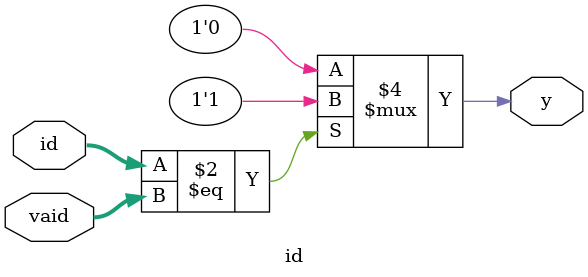
<source format=v>
module id(input [7:0] id, input [7:0] vaid, output reg y);

	always@(vaid)
		begin
		if(id == vaid)
			y<=1;
		else
			y<=0;

	end

endmodule

</source>
